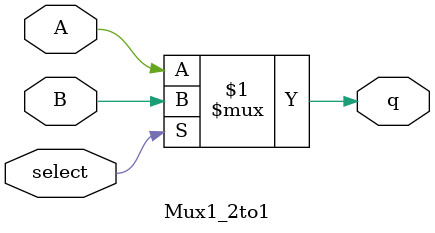
<source format=sv>
module Mux1_2to1(input A, B, input select, output q);
  
  assign q = select?B:A;
  
endmodule





</source>
